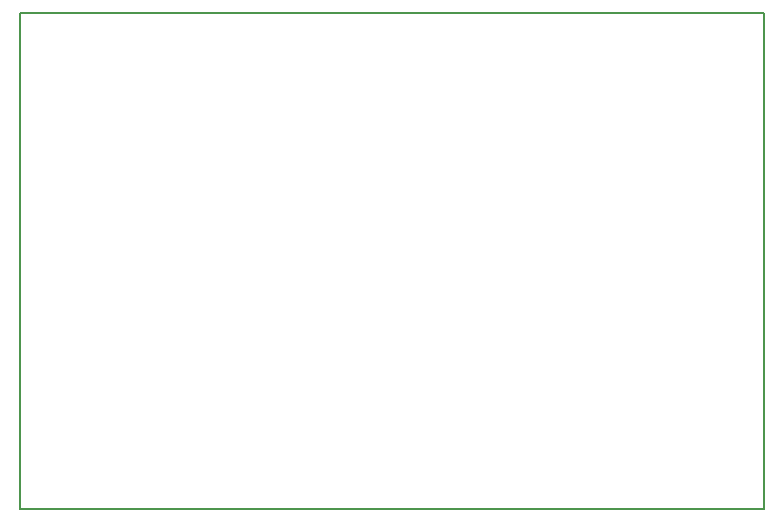
<source format=gm1>
%TF.GenerationSoftware,KiCad,Pcbnew,7.0.0-da2b9df05c~163~ubuntu22.04.1*%
%TF.CreationDate,2023-02-19T22:43:29+00:00*%
%TF.ProjectId,userioswitch,75736572-696f-4737-9769-7463682e6b69,rev?*%
%TF.SameCoordinates,Original*%
%TF.FileFunction,Profile,NP*%
%FSLAX46Y46*%
G04 Gerber Fmt 4.6, Leading zero omitted, Abs format (unit mm)*
G04 Created by KiCad (PCBNEW 7.0.0-da2b9df05c~163~ubuntu22.04.1) date 2023-02-19 22:43:29*
%MOMM*%
%LPD*%
G01*
G04 APERTURE LIST*
%TA.AperFunction,Profile*%
%ADD10C,0.200000*%
%TD*%
G04 APERTURE END LIST*
D10*
X170500000Y-67000000D02*
X233500000Y-67000000D01*
X233500000Y-67000000D02*
X233500000Y-109000000D01*
X233500000Y-109000000D02*
X170500000Y-109000000D01*
X170500000Y-109000000D02*
X170500000Y-67000000D01*
M02*

</source>
